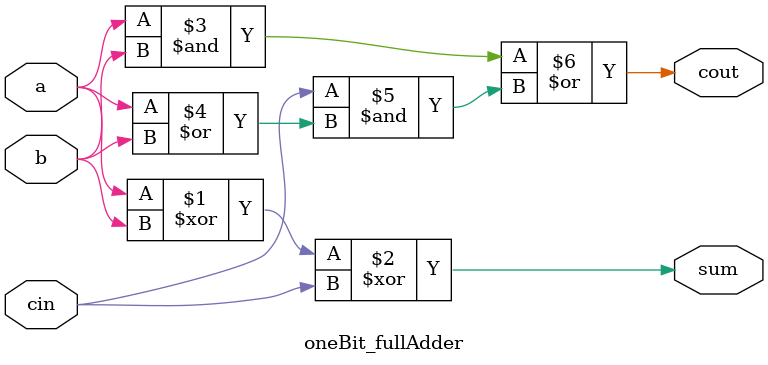
<source format=v>
module oneBit_fullAdder(input a, input b, input cin, output sum, output cout);
    assign sum= a^b^cin; //adding input bits and carry input
    assign cout = a&b | (cin & (a|b)); //for carry out when any two of a,b,cin are one
endmodule
</source>
